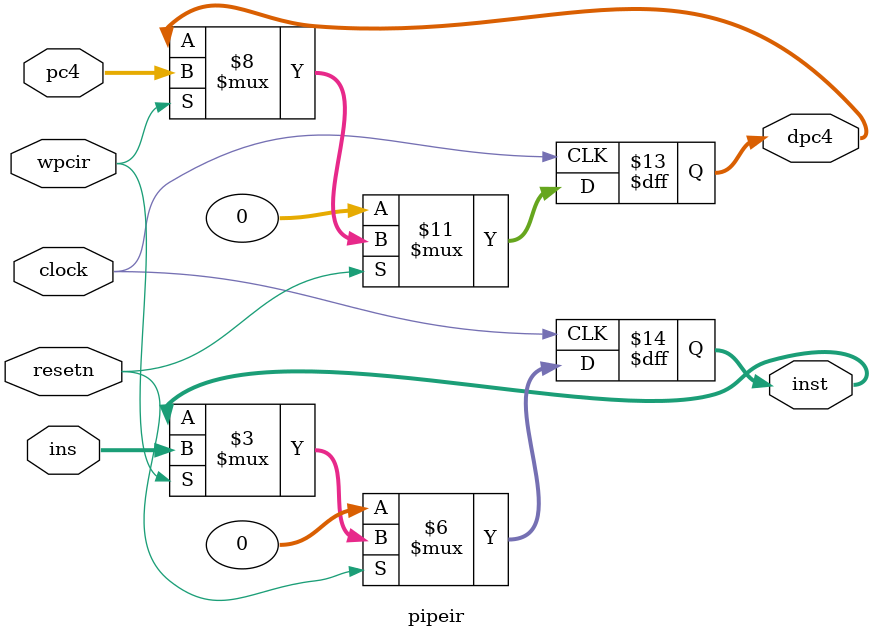
<source format=v>
module pipeir ( pc4,ins,wpcir,clock,resetn,dpc4,inst );
	input wpcir, clock, resetn;
	input [31:0] pc4, ins;
	output [31:0] dpc4, inst;
	
	reg [31:0] dpc4, inst;
	
	always @ (posedge clock) begin
		if (resetn == 0) begin
			dpc4 <= 0;
			inst <= 0;
		end
		else begin
			if (wpcir) begin
				dpc4 <= pc4;
				inst <= ins;
			end
		end
	end
endmodule

</source>
